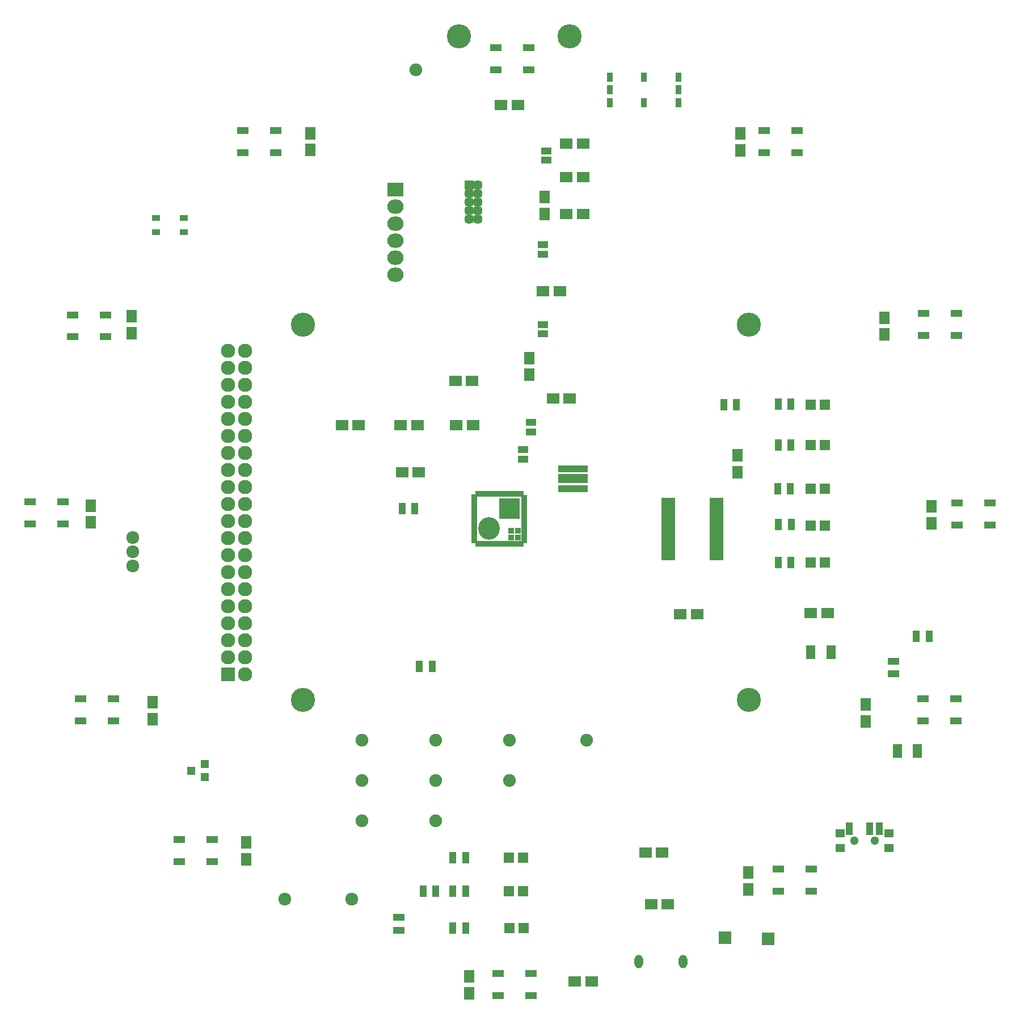
<source format=gts>
G04 #@! TF.GenerationSoftware,KiCad,Pcbnew,(2016-12-18 revision 3ffa37c)-master*
G04 #@! TF.CreationDate,2016-12-30T22:14:27-08:00*
G04 #@! TF.ProjectId,badge-kicad,62616467652D6B696361642E6B696361,rev?*
G04 #@! TF.FileFunction,Soldermask,Top*
G04 #@! TF.FilePolarity,Negative*
%FSLAX46Y46*%
G04 Gerber Fmt 4.6, Leading zero omitted, Abs format (unit mm)*
G04 Created by KiCad (PCBNEW (2016-12-18 revision 3ffa37c)-master) date Friday, December 30, 2016 'PMt' 10:14:27 PM*
%MOMM*%
%LPD*%
G01*
G04 APERTURE LIST*
%ADD10C,0.150000*%
%ADD11C,1.900000*%
%ADD12R,1.900000X1.650000*%
%ADD13R,1.400000X2.000000*%
%ADD14C,3.600000*%
%ADD15R,1.598880X0.999440*%
%ADD16R,1.900000X1.900000*%
%ADD17R,1.400000X1.200000*%
%ADD18R,1.100000X1.900000*%
%ADD19C,1.300000*%
%ADD20O,1.299160X1.997660*%
%ADD21O,0.500006X1.200006*%
%ADD22R,1.299160X1.197560*%
%ADD23R,1.701800X1.102360*%
%ADD24R,1.303020X0.901700*%
%ADD25R,1.598880X1.598880*%
%ADD26C,1.450000*%
%ADD27R,1.450000X1.450000*%
%ADD28O,2.127200X2.127200*%
%ADD29R,2.127200X2.127200*%
%ADD30R,1.100000X1.700000*%
%ADD31R,4.500000X1.400000*%
%ADD32R,4.500000X1.100000*%
%ADD33R,1.650000X1.900000*%
%ADD34R,1.700000X1.100000*%
%ADD35R,2.432000X2.127200*%
%ADD36O,2.432000X2.127200*%
%ADD37R,0.900000X1.400000*%
%ADD38C,1.924000*%
%ADD39R,2.150000X0.850000*%
%ADD40R,0.806400X0.806400*%
%ADD41O,3.219400X3.346400*%
%ADD42R,3.067000X3.067000*%
%ADD43R,0.704800X0.806400*%
%ADD44R,0.806400X0.704800*%
G04 APERTURE END LIST*
D10*
D11*
X106000000Y-135000000D03*
D12*
X117300000Y-151800000D03*
X114800000Y-151800000D03*
D13*
X139470000Y-121920000D03*
X142470000Y-121920000D03*
X155400000Y-136600000D03*
X152400000Y-136600000D03*
D14*
X87000000Y-30000000D03*
X103500000Y-30000000D03*
X63700000Y-73000000D03*
X63700000Y-129000000D03*
X130200000Y-73000000D03*
X130200000Y-129000000D03*
D15*
X96500000Y-93075440D03*
X96500000Y-91673360D03*
X97750000Y-87597960D03*
X97750000Y-89000040D03*
X99500000Y-74402040D03*
X99500000Y-72999960D03*
X100000000Y-47097960D03*
X100000000Y-48500040D03*
X99500000Y-62500040D03*
X99500000Y-61097960D03*
D11*
X72500000Y-141000000D03*
X72500000Y-147000000D03*
X94500000Y-135000000D03*
X83500000Y-135000000D03*
X83500000Y-141000000D03*
X83500000Y-147000000D03*
X94500000Y-141000000D03*
X72500000Y-135000000D03*
D16*
X133100000Y-164600000D03*
X126700000Y-164500000D03*
D17*
X143850000Y-148900000D03*
X151150000Y-148900000D03*
X151150000Y-151100000D03*
X143850000Y-151100000D03*
D18*
X149750000Y-148250000D03*
X148250000Y-148250000D03*
X145250000Y-148250000D03*
D19*
X149000000Y-150000000D03*
X146000000Y-150000000D03*
D12*
X101000000Y-84000000D03*
X103500000Y-84000000D03*
X88950000Y-81400000D03*
X86450000Y-81400000D03*
X89050000Y-88000000D03*
X86550000Y-88000000D03*
D20*
X113849540Y-168055460D03*
X120448460Y-168055460D03*
D21*
X113849000Y-168055000D03*
X120449000Y-168055000D03*
D22*
X49000020Y-140499960D03*
X49000020Y-138600040D03*
X47003580Y-139550000D03*
D23*
X137397560Y-44071540D03*
X137397560Y-47368460D03*
X132500440Y-47368460D03*
X132500440Y-44071540D03*
X156301440Y-71376540D03*
X156301440Y-74673460D03*
X161198560Y-74673460D03*
X161198560Y-71376540D03*
X166238560Y-99621540D03*
X166238560Y-102918460D03*
X161341440Y-102918460D03*
X161341440Y-99621540D03*
X156261440Y-128831540D03*
X156261440Y-132128460D03*
X161158560Y-132128460D03*
X161158560Y-128831540D03*
X139568560Y-154231540D03*
X139568560Y-157528460D03*
X134671440Y-157528460D03*
X134671440Y-154231540D03*
X92801440Y-169801540D03*
X92801440Y-173098460D03*
X97698560Y-173098460D03*
X97698560Y-169801540D03*
X50113560Y-149786540D03*
X50113560Y-153083460D03*
X45216440Y-153083460D03*
X45216440Y-149786540D03*
X30531440Y-128831540D03*
X30531440Y-132128460D03*
X35428560Y-132128460D03*
X35428560Y-128831540D03*
X27848560Y-99451540D03*
X27848560Y-102748460D03*
X22951440Y-102748460D03*
X22951440Y-99451540D03*
X29351440Y-71551540D03*
X29351440Y-74848460D03*
X34248560Y-74848460D03*
X34248560Y-71551540D03*
X59598560Y-44071540D03*
X59598560Y-47368460D03*
X54701440Y-47368460D03*
X54701440Y-44071540D03*
X92500040Y-31703040D03*
X92500040Y-34999960D03*
X97397160Y-34999960D03*
X97397160Y-31703040D03*
D24*
X45895240Y-59250020D03*
X41749960Y-59250020D03*
X45895240Y-57101180D03*
X41749960Y-57101180D03*
D25*
X96549020Y-152500000D03*
X94450980Y-152500000D03*
X139499980Y-108500000D03*
X141598020Y-108500000D03*
X141598020Y-91000000D03*
X139499980Y-91000000D03*
X139499980Y-85000000D03*
X141598020Y-85000000D03*
X96598020Y-163000000D03*
X94499980Y-163000000D03*
X139499980Y-103000000D03*
X141598020Y-103000000D03*
X141598020Y-97500000D03*
X139499980Y-97500000D03*
X94401980Y-157500000D03*
X96500020Y-157500000D03*
D11*
X80500000Y-35000000D03*
D26*
X89770000Y-52230000D03*
X89770000Y-57310000D03*
X89770000Y-56040000D03*
X89770000Y-54770000D03*
X89770000Y-53500000D03*
X88500000Y-57310000D03*
X88500000Y-56040000D03*
X88500000Y-54770000D03*
X88500000Y-53500000D03*
D27*
X88500000Y-52230000D03*
D28*
X55040000Y-76940000D03*
X52500000Y-76940000D03*
X55040000Y-79480000D03*
X52500000Y-79480000D03*
X55040000Y-82020000D03*
X52500000Y-82020000D03*
X55040000Y-84560000D03*
X52500000Y-84560000D03*
X55040000Y-87100000D03*
X52500000Y-87100000D03*
X55040000Y-89640000D03*
X52500000Y-89640000D03*
X55040000Y-92180000D03*
X52500000Y-92180000D03*
X55040000Y-94720000D03*
X52500000Y-94720000D03*
X55040000Y-97260000D03*
X52500000Y-97260000D03*
X55040000Y-99800000D03*
X52500000Y-99800000D03*
X55040000Y-102340000D03*
X52500000Y-102340000D03*
X55040000Y-104880000D03*
X52500000Y-104880000D03*
X55040000Y-107420000D03*
X52500000Y-107420000D03*
X55040000Y-109960000D03*
X52500000Y-109960000D03*
X55040000Y-112500000D03*
X52500000Y-112500000D03*
X55040000Y-115040000D03*
X52500000Y-115040000D03*
X55040000Y-117580000D03*
X52500000Y-117580000D03*
X55040000Y-120120000D03*
X52500000Y-120120000D03*
X55040000Y-122660000D03*
X52500000Y-122660000D03*
X55040000Y-125200000D03*
D29*
X52500000Y-125200000D03*
D30*
X136450000Y-97500000D03*
X134550000Y-97500000D03*
D31*
X104000000Y-96000000D03*
D32*
X104000000Y-94500000D03*
X104000000Y-97500000D03*
D33*
X130175000Y-157230000D03*
X130175000Y-154730000D03*
X88500000Y-170250000D03*
X88500000Y-172750000D03*
X55245000Y-152785000D03*
X55245000Y-150285000D03*
X41275000Y-129330000D03*
X41275000Y-131830000D03*
X32000000Y-102500000D03*
X32000000Y-100000000D03*
X38100000Y-71775000D03*
X38100000Y-74275000D03*
X64770000Y-46970000D03*
X64770000Y-44470000D03*
D12*
X93250000Y-40250000D03*
X95750000Y-40250000D03*
X142000000Y-116000000D03*
X139500000Y-116000000D03*
X120000000Y-116250000D03*
X122500000Y-116250000D03*
D33*
X157480000Y-102620000D03*
X157480000Y-100120000D03*
D12*
X69500000Y-88000000D03*
X72000000Y-88000000D03*
X80750000Y-88000000D03*
X78250000Y-88000000D03*
X78500000Y-95000000D03*
X81000000Y-95000000D03*
D33*
X97500000Y-80500000D03*
X97500000Y-78000000D03*
D12*
X99500000Y-68000000D03*
X102000000Y-68000000D03*
X105500000Y-56500000D03*
X103000000Y-56500000D03*
D33*
X99750000Y-54000000D03*
X99750000Y-56500000D03*
D12*
X105500000Y-51000000D03*
X103000000Y-51000000D03*
X103000000Y-46000000D03*
X105500000Y-46000000D03*
X106750000Y-171000000D03*
X104250000Y-171000000D03*
X118150000Y-159450000D03*
X115650000Y-159450000D03*
D33*
X128500000Y-95000000D03*
X128500000Y-92500000D03*
X147650000Y-132200000D03*
X147650000Y-129700000D03*
X129000000Y-44500000D03*
X129000000Y-47000000D03*
X150500000Y-74500000D03*
X150500000Y-72000000D03*
D30*
X87950000Y-157500000D03*
X86050000Y-157500000D03*
X81600000Y-157550000D03*
X83500000Y-157550000D03*
X134600000Y-84900000D03*
X136500000Y-84900000D03*
X134600000Y-91000000D03*
X136500000Y-91000000D03*
X87950000Y-152500000D03*
X86050000Y-152500000D03*
D34*
X78000000Y-163350000D03*
X78000000Y-161450000D03*
D30*
X136550000Y-102800000D03*
X134650000Y-102800000D03*
X81050000Y-124000000D03*
X82950000Y-124000000D03*
X128400000Y-85000000D03*
X126500000Y-85000000D03*
X87950000Y-163000000D03*
X86050000Y-163000000D03*
D34*
X151810000Y-123230000D03*
X151810000Y-125130000D03*
D30*
X80400000Y-100500000D03*
X78500000Y-100500000D03*
X157150000Y-119500000D03*
X155250000Y-119500000D03*
X136500000Y-108500000D03*
X134600000Y-108500000D03*
D35*
X77500000Y-52920000D03*
D36*
X77500000Y-55460000D03*
X77500000Y-58000000D03*
X77500000Y-60540000D03*
X77500000Y-63080000D03*
X77500000Y-65620000D03*
D37*
X109500000Y-39900000D03*
X109500000Y-36100000D03*
X119700000Y-36100000D03*
X119700000Y-39900000D03*
X119700000Y-38000000D03*
X109500000Y-38000000D03*
X114600000Y-36100000D03*
X114600000Y-39900000D03*
D38*
X38300000Y-109050000D03*
X38300000Y-106900000D03*
X38300000Y-104750000D03*
X60960000Y-158750000D03*
X70960000Y-158750000D03*
D39*
X118200000Y-99250000D03*
X118200000Y-99900000D03*
X118200000Y-100550000D03*
X118200000Y-101200000D03*
X118200000Y-101850000D03*
X118200000Y-102500000D03*
X118200000Y-103150000D03*
X118200000Y-103800000D03*
X118200000Y-104450000D03*
X118200000Y-105100000D03*
X118200000Y-105750000D03*
X118200000Y-106400000D03*
X118200000Y-107050000D03*
X118200000Y-107700000D03*
X125400000Y-107700000D03*
X125400000Y-107050000D03*
X125400000Y-106400000D03*
X125400000Y-105750000D03*
X125400000Y-105100000D03*
X125400000Y-104450000D03*
X125400000Y-103800000D03*
X125400000Y-103150000D03*
X125400000Y-102500000D03*
X125400000Y-101850000D03*
X125400000Y-101200000D03*
X125400000Y-100550000D03*
X125400000Y-99900000D03*
X125400000Y-99250000D03*
D40*
X94749806Y-104749804D03*
X94749806Y-103749806D03*
X95749804Y-103749806D03*
X95749804Y-104749804D03*
D41*
X91500130Y-103399794D03*
D42*
X94499870Y-100500130D03*
D43*
X89750070Y-98275090D03*
X90250196Y-98275090D03*
X90750068Y-98275090D03*
X91250194Y-98275090D03*
X91750066Y-98275090D03*
X92250192Y-98275090D03*
X92750064Y-98275090D03*
X93249936Y-98275090D03*
X93749808Y-98275090D03*
X94249934Y-98275090D03*
X94749806Y-98275090D03*
X95249932Y-98275090D03*
X95749804Y-98275090D03*
X96249930Y-98275090D03*
D44*
X96724910Y-98750070D03*
X96724910Y-99250196D03*
X96724910Y-99750068D03*
X96724910Y-100250194D03*
X96724910Y-100750066D03*
X96724910Y-101250192D03*
X96724910Y-101750064D03*
X96724910Y-102249936D03*
X96724910Y-102749808D03*
X96724910Y-103249934D03*
X96724910Y-103749806D03*
X96724910Y-104249932D03*
X96724910Y-104749804D03*
X96724910Y-105249930D03*
D43*
X96249930Y-105724910D03*
X95749804Y-105724910D03*
X95249932Y-105724910D03*
X94749806Y-105724910D03*
X94249934Y-105724910D03*
X93749808Y-105724910D03*
X93249936Y-105724910D03*
X92750064Y-105724910D03*
X92250192Y-105724910D03*
X91750066Y-105724910D03*
X91250194Y-105724910D03*
X90750068Y-105724910D03*
X90250196Y-105724910D03*
X89750070Y-105724910D03*
D44*
X89275090Y-105249930D03*
X89275090Y-104749804D03*
X89275090Y-104249932D03*
X89275090Y-103749806D03*
X89275090Y-103249934D03*
X89275090Y-102749808D03*
X89275090Y-102249936D03*
X89275090Y-101750064D03*
X89275090Y-101250192D03*
X89275090Y-100750066D03*
X89275090Y-100250194D03*
X89275090Y-99750068D03*
X89275090Y-99250196D03*
D40*
X89275090Y-98750070D03*
M02*

</source>
